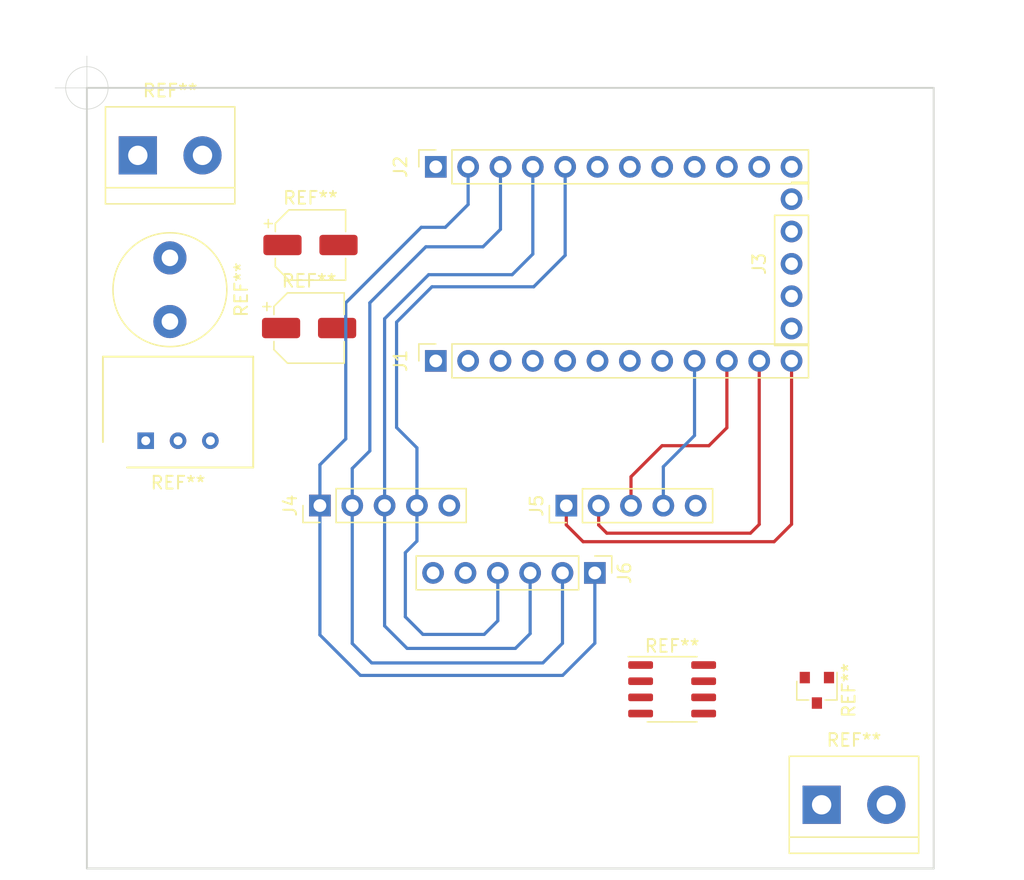
<source format=kicad_pcb>
(kicad_pcb (version 20171130) (host pcbnew "(5.1.6)-1")

  (general
    (thickness 1.6)
    (drawings 13)
    (tracks 66)
    (zones 0)
    (modules 14)
    (nets 1)
  )

  (page A4)
  (layers
    (0 F.Cu signal)
    (31 B.Cu signal)
    (32 B.Adhes user)
    (33 F.Adhes user)
    (34 B.Paste user)
    (35 F.Paste user)
    (36 B.SilkS user)
    (37 F.SilkS user)
    (38 B.Mask user)
    (39 F.Mask user)
    (40 Dwgs.User user hide)
    (41 Cmts.User user)
    (42 Eco1.User user)
    (43 Eco2.User user)
    (44 Edge.Cuts user)
    (45 Margin user)
    (46 B.CrtYd user)
    (47 F.CrtYd user)
    (48 B.Fab user)
    (49 F.Fab user)
  )

  (setup
    (last_trace_width 0.25)
    (trace_clearance 0.2)
    (zone_clearance 0.508)
    (zone_45_only no)
    (trace_min 0.2)
    (via_size 0.8)
    (via_drill 0.4)
    (via_min_size 0.4)
    (via_min_drill 0.3)
    (uvia_size 0.3)
    (uvia_drill 0.1)
    (uvias_allowed no)
    (uvia_min_size 0.2)
    (uvia_min_drill 0.1)
    (edge_width 0.05)
    (segment_width 0.2)
    (pcb_text_width 0.3)
    (pcb_text_size 1.5 1.5)
    (mod_edge_width 0.12)
    (mod_text_size 1 1)
    (mod_text_width 0.15)
    (pad_size 3 3)
    (pad_drill 1.52)
    (pad_to_mask_clearance 0.05)
    (aux_axis_origin 0 0)
    (visible_elements 7FFFFFFF)
    (pcbplotparams
      (layerselection 0x010fc_ffffffff)
      (usegerberextensions false)
      (usegerberattributes true)
      (usegerberadvancedattributes true)
      (creategerberjobfile true)
      (excludeedgelayer true)
      (linewidth 0.100000)
      (plotframeref false)
      (viasonmask false)
      (mode 1)
      (useauxorigin false)
      (hpglpennumber 1)
      (hpglpenspeed 20)
      (hpglpendiameter 15.000000)
      (psnegative false)
      (psa4output false)
      (plotreference true)
      (plotvalue true)
      (plotinvisibletext false)
      (padsonsilk false)
      (subtractmaskfromsilk false)
      (outputformat 1)
      (mirror false)
      (drillshape 1)
      (scaleselection 1)
      (outputdirectory ""))
  )

  (net 0 "")

  (net_class Default "This is the default net class."
    (clearance 0.2)
    (trace_width 0.25)
    (via_dia 0.8)
    (via_drill 0.4)
    (uvia_dia 0.3)
    (uvia_drill 0.1)
  )

  (module Package_TO_SOT_SMD:SOT-23 (layer F.Cu) (tedit 5A02FF57) (tstamp 5F48FA77)
    (at 182.33 117.31 270)
    (descr "SOT-23, Standard")
    (tags SOT-23)
    (attr smd)
    (fp_text reference REF** (at 0 -2.5 90) (layer F.SilkS)
      (effects (font (size 1 1) (thickness 0.15)))
    )
    (fp_text value SOT-23 (at 0 2.5 90) (layer F.Fab)
      (effects (font (size 1 1) (thickness 0.15)))
    )
    (fp_line (start 0.76 1.58) (end -0.7 1.58) (layer F.SilkS) (width 0.12))
    (fp_line (start 0.76 -1.58) (end -1.4 -1.58) (layer F.SilkS) (width 0.12))
    (fp_line (start -1.7 1.75) (end -1.7 -1.75) (layer F.CrtYd) (width 0.05))
    (fp_line (start 1.7 1.75) (end -1.7 1.75) (layer F.CrtYd) (width 0.05))
    (fp_line (start 1.7 -1.75) (end 1.7 1.75) (layer F.CrtYd) (width 0.05))
    (fp_line (start -1.7 -1.75) (end 1.7 -1.75) (layer F.CrtYd) (width 0.05))
    (fp_line (start 0.76 -1.58) (end 0.76 -0.65) (layer F.SilkS) (width 0.12))
    (fp_line (start 0.76 1.58) (end 0.76 0.65) (layer F.SilkS) (width 0.12))
    (fp_line (start -0.7 1.52) (end 0.7 1.52) (layer F.Fab) (width 0.1))
    (fp_line (start 0.7 -1.52) (end 0.7 1.52) (layer F.Fab) (width 0.1))
    (fp_line (start -0.7 -0.95) (end -0.15 -1.52) (layer F.Fab) (width 0.1))
    (fp_line (start -0.15 -1.52) (end 0.7 -1.52) (layer F.Fab) (width 0.1))
    (fp_line (start -0.7 -0.95) (end -0.7 1.5) (layer F.Fab) (width 0.1))
    (fp_text user %R (at 0 0) (layer F.Fab)
      (effects (font (size 0.5 0.5) (thickness 0.075)))
    )
    (pad 3 smd rect (at 1 0 270) (size 0.9 0.8) (layers F.Cu F.Paste F.Mask))
    (pad 2 smd rect (at -1 0.95 270) (size 0.9 0.8) (layers F.Cu F.Paste F.Mask))
    (pad 1 smd rect (at -1 -0.95 270) (size 0.9 0.8) (layers F.Cu F.Paste F.Mask))
    (model ${KISYS3DMOD}/Package_TO_SOT_SMD.3dshapes/SOT-23.wrl
      (at (xyz 0 0 0))
      (scale (xyz 1 1 1))
      (rotate (xyz 0 0 0))
    )
  )

  (module Package_SIP:SIP3_11.6x8.5mm (layer F.Cu) (tedit 5A02EDAF) (tstamp 5F48F8BE)
    (at 129.62 97.71)
    (descr RECOM,R78EXX,https://www.recom-power.com/pdf/Innoline/R-78Exx-0.5.pdf)
    (tags "SIP3 Regulator Module")
    (fp_text reference REF** (at 2.54 3.3 180) (layer F.SilkS)
      (effects (font (size 1 1) (thickness 0.15)))
    )
    (fp_text value SIP3_11.6x8.5mm (at 2.54 -8 180) (layer F.Fab)
      (effects (font (size 1 1) (thickness 0.15)))
    )
    (fp_line (start 8.64 2.3) (end 8.64 -6.8) (layer F.CrtYd) (width 0.05))
    (fp_line (start -3.56 2.3) (end -3.56 -6.8) (layer F.CrtYd) (width 0.05))
    (fp_line (start 8.64 -6.8) (end -3.56 -6.8) (layer F.CrtYd) (width 0.05))
    (fp_line (start 8.64 2.3) (end -3.56 2.3) (layer F.CrtYd) (width 0.05))
    (fp_line (start -3.26 0.5) (end -1.76 2) (layer F.Fab) (width 0.1))
    (fp_line (start 8.44 -6.6) (end 8.44 2.1) (layer F.SilkS) (width 0.15))
    (fp_line (start -3.36 -6.6) (end 8.44 -6.6) (layer F.SilkS) (width 0.15))
    (fp_line (start -3.36 0.1) (end -3.36 -6.6) (layer F.SilkS) (width 0.15))
    (fp_line (start -1.46 2.1) (end 8.44 2.1) (layer F.SilkS) (width 0.15))
    (fp_line (start 8.34 2) (end 8.34 -6.5) (layer F.Fab) (width 0.1))
    (fp_line (start 8.34 -6.5) (end -3.26 -6.5) (layer F.Fab) (width 0.1))
    (fp_line (start -3.26 -6.5) (end -3.26 0.5) (layer F.Fab) (width 0.1))
    (fp_line (start 8.34 2) (end -1.76 2) (layer F.Fab) (width 0.1))
    (fp_text user %R (at 2.54 -2.7 180) (layer F.Fab)
      (effects (font (size 1 1) (thickness 0.15)))
    )
    (pad 2 thru_hole circle (at 2.54 0 180) (size 1.3 1.3) (drill 0.7) (layers *.Cu *.Mask))
    (pad 1 thru_hole rect (at 0 0 270) (size 1.3 1.3) (drill 0.7) (layers *.Cu *.Mask))
    (pad 3 thru_hole circle (at 5.08 0 270) (size 1.3 1.3) (drill 0.7) (layers *.Cu *.Mask))
    (model ${KISYS3DMOD}/Package_SIP.3dshapes/SIP3_11.6x8.5mm.wrl
      (at (xyz 0 0 0))
      (scale (xyz 1 1 1))
      (rotate (xyz 0 0 0))
    )
  )

  (module Package_SO:SOIC-8_3.9x4.9mm_P1.27mm (layer F.Cu) (tedit 5D9F72B1) (tstamp 5F48F6C3)
    (at 170.96 117.23)
    (descr "SOIC, 8 Pin (JEDEC MS-012AA, https://www.analog.com/media/en/package-pcb-resources/package/pkg_pdf/soic_narrow-r/r_8.pdf), generated with kicad-footprint-generator ipc_gullwing_generator.py")
    (tags "SOIC SO")
    (attr smd)
    (fp_text reference REF** (at 0 -3.4) (layer F.SilkS)
      (effects (font (size 1 1) (thickness 0.15)))
    )
    (fp_text value SOIC-8_3.9x4.9mm_P1.27mm (at 0 3.4) (layer F.Fab)
      (effects (font (size 1 1) (thickness 0.15)))
    )
    (fp_line (start 3.7 -2.7) (end -3.7 -2.7) (layer F.CrtYd) (width 0.05))
    (fp_line (start 3.7 2.7) (end 3.7 -2.7) (layer F.CrtYd) (width 0.05))
    (fp_line (start -3.7 2.7) (end 3.7 2.7) (layer F.CrtYd) (width 0.05))
    (fp_line (start -3.7 -2.7) (end -3.7 2.7) (layer F.CrtYd) (width 0.05))
    (fp_line (start -1.95 -1.475) (end -0.975 -2.45) (layer F.Fab) (width 0.1))
    (fp_line (start -1.95 2.45) (end -1.95 -1.475) (layer F.Fab) (width 0.1))
    (fp_line (start 1.95 2.45) (end -1.95 2.45) (layer F.Fab) (width 0.1))
    (fp_line (start 1.95 -2.45) (end 1.95 2.45) (layer F.Fab) (width 0.1))
    (fp_line (start -0.975 -2.45) (end 1.95 -2.45) (layer F.Fab) (width 0.1))
    (fp_line (start 0 -2.56) (end -3.45 -2.56) (layer F.SilkS) (width 0.12))
    (fp_line (start 0 -2.56) (end 1.95 -2.56) (layer F.SilkS) (width 0.12))
    (fp_line (start 0 2.56) (end -1.95 2.56) (layer F.SilkS) (width 0.12))
    (fp_line (start 0 2.56) (end 1.95 2.56) (layer F.SilkS) (width 0.12))
    (fp_text user %R (at 0 0) (layer F.Fab)
      (effects (font (size 0.98 0.98) (thickness 0.15)))
    )
    (pad 8 smd roundrect (at 2.475 -1.905) (size 1.95 0.6) (layers F.Cu F.Paste F.Mask) (roundrect_rratio 0.25))
    (pad 7 smd roundrect (at 2.475 -0.635) (size 1.95 0.6) (layers F.Cu F.Paste F.Mask) (roundrect_rratio 0.25))
    (pad 6 smd roundrect (at 2.475 0.635) (size 1.95 0.6) (layers F.Cu F.Paste F.Mask) (roundrect_rratio 0.25))
    (pad 5 smd roundrect (at 2.475 1.905) (size 1.95 0.6) (layers F.Cu F.Paste F.Mask) (roundrect_rratio 0.25))
    (pad 4 smd roundrect (at -2.475 1.905) (size 1.95 0.6) (layers F.Cu F.Paste F.Mask) (roundrect_rratio 0.25))
    (pad 3 smd roundrect (at -2.475 0.635) (size 1.95 0.6) (layers F.Cu F.Paste F.Mask) (roundrect_rratio 0.25))
    (pad 2 smd roundrect (at -2.475 -0.635) (size 1.95 0.6) (layers F.Cu F.Paste F.Mask) (roundrect_rratio 0.25))
    (pad 1 smd roundrect (at -2.475 -1.905) (size 1.95 0.6) (layers F.Cu F.Paste F.Mask) (roundrect_rratio 0.25))
    (model ${KISYS3DMOD}/Package_SO.3dshapes/SOIC-8_3.9x4.9mm_P1.27mm.wrl
      (at (xyz 0 0 0))
      (scale (xyz 1 1 1))
      (rotate (xyz 0 0 0))
    )
  )

  (module Capacitor_SMD:CP_Elec_5x5.3 (layer F.Cu) (tedit 5BCA39CF) (tstamp 5F48F00F)
    (at 142.45 88.86)
    (descr "SMD capacitor, aluminum electrolytic, Nichicon, 5.0x5.3mm")
    (tags "capacitor electrolytic")
    (attr smd)
    (fp_text reference REF** (at 0 -3.7) (layer F.SilkS)
      (effects (font (size 1 1) (thickness 0.15)))
    )
    (fp_text value CP_Elec_5x5.3 (at 0 3.7) (layer F.Fab)
      (effects (font (size 1 1) (thickness 0.15)))
    )
    (fp_line (start -3.95 1.05) (end -2.9 1.05) (layer F.CrtYd) (width 0.05))
    (fp_line (start -3.95 -1.05) (end -3.95 1.05) (layer F.CrtYd) (width 0.05))
    (fp_line (start -2.9 -1.05) (end -3.95 -1.05) (layer F.CrtYd) (width 0.05))
    (fp_line (start -2.9 1.05) (end -2.9 1.75) (layer F.CrtYd) (width 0.05))
    (fp_line (start -2.9 -1.75) (end -2.9 -1.05) (layer F.CrtYd) (width 0.05))
    (fp_line (start -2.9 -1.75) (end -1.75 -2.9) (layer F.CrtYd) (width 0.05))
    (fp_line (start -2.9 1.75) (end -1.75 2.9) (layer F.CrtYd) (width 0.05))
    (fp_line (start -1.75 -2.9) (end 2.9 -2.9) (layer F.CrtYd) (width 0.05))
    (fp_line (start -1.75 2.9) (end 2.9 2.9) (layer F.CrtYd) (width 0.05))
    (fp_line (start 2.9 1.05) (end 2.9 2.9) (layer F.CrtYd) (width 0.05))
    (fp_line (start 3.95 1.05) (end 2.9 1.05) (layer F.CrtYd) (width 0.05))
    (fp_line (start 3.95 -1.05) (end 3.95 1.05) (layer F.CrtYd) (width 0.05))
    (fp_line (start 2.9 -1.05) (end 3.95 -1.05) (layer F.CrtYd) (width 0.05))
    (fp_line (start 2.9 -2.9) (end 2.9 -1.05) (layer F.CrtYd) (width 0.05))
    (fp_line (start -3.3125 -1.9975) (end -3.3125 -1.3725) (layer F.SilkS) (width 0.12))
    (fp_line (start -3.625 -1.685) (end -3 -1.685) (layer F.SilkS) (width 0.12))
    (fp_line (start -2.76 1.695563) (end -1.695563 2.76) (layer F.SilkS) (width 0.12))
    (fp_line (start -2.76 -1.695563) (end -1.695563 -2.76) (layer F.SilkS) (width 0.12))
    (fp_line (start -2.76 -1.695563) (end -2.76 -1.06) (layer F.SilkS) (width 0.12))
    (fp_line (start -2.76 1.695563) (end -2.76 1.06) (layer F.SilkS) (width 0.12))
    (fp_line (start -1.695563 2.76) (end 2.76 2.76) (layer F.SilkS) (width 0.12))
    (fp_line (start -1.695563 -2.76) (end 2.76 -2.76) (layer F.SilkS) (width 0.12))
    (fp_line (start 2.76 -2.76) (end 2.76 -1.06) (layer F.SilkS) (width 0.12))
    (fp_line (start 2.76 2.76) (end 2.76 1.06) (layer F.SilkS) (width 0.12))
    (fp_line (start -1.783956 -1.45) (end -1.783956 -0.95) (layer F.Fab) (width 0.1))
    (fp_line (start -2.033956 -1.2) (end -1.533956 -1.2) (layer F.Fab) (width 0.1))
    (fp_line (start -2.65 1.65) (end -1.65 2.65) (layer F.Fab) (width 0.1))
    (fp_line (start -2.65 -1.65) (end -1.65 -2.65) (layer F.Fab) (width 0.1))
    (fp_line (start -2.65 -1.65) (end -2.65 1.65) (layer F.Fab) (width 0.1))
    (fp_line (start -1.65 2.65) (end 2.65 2.65) (layer F.Fab) (width 0.1))
    (fp_line (start -1.65 -2.65) (end 2.65 -2.65) (layer F.Fab) (width 0.1))
    (fp_line (start 2.65 -2.65) (end 2.65 2.65) (layer F.Fab) (width 0.1))
    (fp_circle (center 0 0) (end 2.5 0) (layer F.Fab) (width 0.1))
    (fp_text user %R (at 0 0) (layer F.Fab)
      (effects (font (size 1 1) (thickness 0.15)))
    )
    (pad 1 smd roundrect (at -2.2 0) (size 3 1.6) (layers F.Cu F.Paste F.Mask) (roundrect_rratio 0.15625))
    (pad 2 smd roundrect (at 2.2 0) (size 3 1.6) (layers F.Cu F.Paste F.Mask) (roundrect_rratio 0.15625))
    (model ${KISYS3DMOD}/Capacitor_SMD.3dshapes/CP_Elec_5x5.3.wrl
      (at (xyz 0 0 0))
      (scale (xyz 1 1 1))
      (rotate (xyz 0 0 0))
    )
  )

  (module Capacitor_SMD:CP_Elec_5x5.3 (layer F.Cu) (tedit 5BCA39CF) (tstamp 5F48EFF6)
    (at 142.56 82.34)
    (descr "SMD capacitor, aluminum electrolytic, Nichicon, 5.0x5.3mm")
    (tags "capacitor electrolytic")
    (attr smd)
    (fp_text reference REF** (at 0 -3.7) (layer F.SilkS)
      (effects (font (size 1 1) (thickness 0.15)))
    )
    (fp_text value CP_Elec_5x5.3 (at 0 3.7) (layer F.Fab)
      (effects (font (size 1 1) (thickness 0.15)))
    )
    (fp_line (start -3.95 1.05) (end -2.9 1.05) (layer F.CrtYd) (width 0.05))
    (fp_line (start -3.95 -1.05) (end -3.95 1.05) (layer F.CrtYd) (width 0.05))
    (fp_line (start -2.9 -1.05) (end -3.95 -1.05) (layer F.CrtYd) (width 0.05))
    (fp_line (start -2.9 1.05) (end -2.9 1.75) (layer F.CrtYd) (width 0.05))
    (fp_line (start -2.9 -1.75) (end -2.9 -1.05) (layer F.CrtYd) (width 0.05))
    (fp_line (start -2.9 -1.75) (end -1.75 -2.9) (layer F.CrtYd) (width 0.05))
    (fp_line (start -2.9 1.75) (end -1.75 2.9) (layer F.CrtYd) (width 0.05))
    (fp_line (start -1.75 -2.9) (end 2.9 -2.9) (layer F.CrtYd) (width 0.05))
    (fp_line (start -1.75 2.9) (end 2.9 2.9) (layer F.CrtYd) (width 0.05))
    (fp_line (start 2.9 1.05) (end 2.9 2.9) (layer F.CrtYd) (width 0.05))
    (fp_line (start 3.95 1.05) (end 2.9 1.05) (layer F.CrtYd) (width 0.05))
    (fp_line (start 3.95 -1.05) (end 3.95 1.05) (layer F.CrtYd) (width 0.05))
    (fp_line (start 2.9 -1.05) (end 3.95 -1.05) (layer F.CrtYd) (width 0.05))
    (fp_line (start 2.9 -2.9) (end 2.9 -1.05) (layer F.CrtYd) (width 0.05))
    (fp_line (start -3.3125 -1.9975) (end -3.3125 -1.3725) (layer F.SilkS) (width 0.12))
    (fp_line (start -3.625 -1.685) (end -3 -1.685) (layer F.SilkS) (width 0.12))
    (fp_line (start -2.76 1.695563) (end -1.695563 2.76) (layer F.SilkS) (width 0.12))
    (fp_line (start -2.76 -1.695563) (end -1.695563 -2.76) (layer F.SilkS) (width 0.12))
    (fp_line (start -2.76 -1.695563) (end -2.76 -1.06) (layer F.SilkS) (width 0.12))
    (fp_line (start -2.76 1.695563) (end -2.76 1.06) (layer F.SilkS) (width 0.12))
    (fp_line (start -1.695563 2.76) (end 2.76 2.76) (layer F.SilkS) (width 0.12))
    (fp_line (start -1.695563 -2.76) (end 2.76 -2.76) (layer F.SilkS) (width 0.12))
    (fp_line (start 2.76 -2.76) (end 2.76 -1.06) (layer F.SilkS) (width 0.12))
    (fp_line (start 2.76 2.76) (end 2.76 1.06) (layer F.SilkS) (width 0.12))
    (fp_line (start -1.783956 -1.45) (end -1.783956 -0.95) (layer F.Fab) (width 0.1))
    (fp_line (start -2.033956 -1.2) (end -1.533956 -1.2) (layer F.Fab) (width 0.1))
    (fp_line (start -2.65 1.65) (end -1.65 2.65) (layer F.Fab) (width 0.1))
    (fp_line (start -2.65 -1.65) (end -1.65 -2.65) (layer F.Fab) (width 0.1))
    (fp_line (start -2.65 -1.65) (end -2.65 1.65) (layer F.Fab) (width 0.1))
    (fp_line (start -1.65 2.65) (end 2.65 2.65) (layer F.Fab) (width 0.1))
    (fp_line (start -1.65 -2.65) (end 2.65 -2.65) (layer F.Fab) (width 0.1))
    (fp_line (start 2.65 -2.65) (end 2.65 2.65) (layer F.Fab) (width 0.1))
    (fp_circle (center 0 0) (end 2.5 0) (layer F.Fab) (width 0.1))
    (fp_text user %R (at 0 0) (layer F.Fab)
      (effects (font (size 1 1) (thickness 0.15)))
    )
    (pad 2 smd roundrect (at 2.2 0) (size 3 1.6) (layers F.Cu F.Paste F.Mask) (roundrect_rratio 0.15625))
    (pad 1 smd roundrect (at -2.2 0) (size 3 1.6) (layers F.Cu F.Paste F.Mask) (roundrect_rratio 0.15625))
    (model ${KISYS3DMOD}/Capacitor_SMD.3dshapes/CP_Elec_5x5.3.wrl
      (at (xyz 0 0 0))
      (scale (xyz 1 1 1))
      (rotate (xyz 0 0 0))
    )
  )

  (module Inductor_THT:L_Radial_D8.7mm_P5.00mm_Fastron_07HCP (layer F.Cu) (tedit 5AE59B06) (tstamp 5F48EE6F)
    (at 131.52 83.35 270)
    (descr "Inductor, Radial series, Radial, pin pitch=5.00mm, , diameter=8.7mm, Fastron, 07HCP, http://cdn-reichelt.de/documents/datenblatt/B400/DS_07HCP.pdf")
    (tags "Inductor Radial series Radial pin pitch 5.00mm  diameter 8.7mm Fastron 07HCP")
    (fp_text reference REF** (at 2.5 -5.6 90) (layer F.SilkS)
      (effects (font (size 1 1) (thickness 0.15)))
    )
    (fp_text value L_Radial_D8.7mm_P5.00mm_Fastron_07HCP (at 2.5 5.6 90) (layer F.Fab)
      (effects (font (size 1 1) (thickness 0.15)))
    )
    (fp_circle (center 2.5 0) (end 7.1 0) (layer F.CrtYd) (width 0.05))
    (fp_circle (center 2.5 0) (end 6.97 0) (layer F.SilkS) (width 0.12))
    (fp_circle (center 2.5 0) (end 6.85 0) (layer F.Fab) (width 0.1))
    (fp_text user %R (at 2.5 0 90) (layer F.Fab)
      (effects (font (size 1 1) (thickness 0.15)))
    )
    (pad 2 thru_hole circle (at 5 0 270) (size 2.6 2.6) (drill 1.3) (layers *.Cu *.Mask))
    (pad 1 thru_hole circle (at 0 0 270) (size 2.6 2.6) (drill 1.3) (layers *.Cu *.Mask))
    (model ${KISYS3DMOD}/Inductor_THT.3dshapes/L_Radial_D8.7mm_P5.00mm_Fastron_07HCP.wrl
      (at (xyz 0 0 0))
      (scale (xyz 1 1 1))
      (rotate (xyz 0 0 0))
    )
  )

  (module TerminalBlock:TerminalBlock_bornier-2_P5.08mm (layer F.Cu) (tedit 5F48DBA4) (tstamp 5F48E48B)
    (at 129 75.3)
    (descr "simple 2-pin terminal block, pitch 5.08mm, revamped version of bornier2")
    (tags "terminal block bornier2")
    (fp_text reference REF** (at 2.54 -5.08) (layer F.SilkS)
      (effects (font (size 1 1) (thickness 0.15)))
    )
    (fp_text value TerminalBlock_bornier-2_P5.08mm (at 2.54 5.08) (layer F.Fab)
      (effects (font (size 1 1) (thickness 0.15)))
    )
    (fp_line (start -2.41 2.55) (end 7.49 2.55) (layer F.Fab) (width 0.1))
    (fp_line (start -2.46 -3.75) (end -2.46 3.75) (layer F.Fab) (width 0.1))
    (fp_line (start -2.46 3.75) (end 7.54 3.75) (layer F.Fab) (width 0.1))
    (fp_line (start 7.54 3.75) (end 7.54 -3.75) (layer F.Fab) (width 0.1))
    (fp_line (start 7.54 -3.75) (end -2.46 -3.75) (layer F.Fab) (width 0.1))
    (fp_line (start 7.62 2.54) (end -2.54 2.54) (layer F.SilkS) (width 0.12))
    (fp_line (start 7.62 3.81) (end 7.62 -3.81) (layer F.SilkS) (width 0.12))
    (fp_line (start 7.62 -3.81) (end -2.54 -3.81) (layer F.SilkS) (width 0.12))
    (fp_line (start -2.54 -3.81) (end -2.54 3.81) (layer F.SilkS) (width 0.12))
    (fp_line (start -2.54 3.81) (end 7.62 3.81) (layer F.SilkS) (width 0.12))
    (fp_line (start -2.71 -4) (end 7.79 -4) (layer F.CrtYd) (width 0.05))
    (fp_line (start -2.71 -4) (end -2.71 4) (layer F.CrtYd) (width 0.05))
    (fp_line (start 7.79 4) (end 7.79 -4) (layer F.CrtYd) (width 0.05))
    (fp_line (start 7.79 4) (end -2.71 4) (layer F.CrtYd) (width 0.05))
    (fp_text user %R (at 2.54 0) (layer F.Fab)
      (effects (font (size 1 1) (thickness 0.15)))
    )
    (pad VCC thru_hole rect (at 0 0) (size 3 3) (drill 1.52) (layers *.Cu *.Mask))
    (pad GND thru_hole circle (at 5.08 0) (size 3 3) (drill 1.52) (layers *.Cu *.Mask))
    (model ${KISYS3DMOD}/TerminalBlock.3dshapes/TerminalBlock_bornier-2_P5.08mm.wrl
      (offset (xyz 2.539999961853027 0 0))
      (scale (xyz 1 1 1))
      (rotate (xyz 0 0 0))
    )
  )

  (module Connector_PinSocket_2.54mm:PinSocket_1x05_P2.54mm_Vertical (layer F.Cu) (tedit 5F48D861) (tstamp 5F3EE796)
    (at 180.34 78.74)
    (descr "Through hole straight socket strip, 1x05, 2.54mm pitch, single row (from Kicad 4.0.7), script generated")
    (tags "Through hole socket strip THT 1x05 2.54mm single row")
    (fp_text reference J3 (at -2.54 5.08 90) (layer F.SilkS)
      (effects (font (size 1 1) (thickness 0.15)))
    )
    (fp_text value PinSocket_1x05_P2.54mm_Vertical (at 0 12.93) (layer F.Fab)
      (effects (font (size 1 1) (thickness 0.15)))
    )
    (fp_line (start -1.8 11.9) (end -1.8 -1.8) (layer F.CrtYd) (width 0.05))
    (fp_line (start 1.75 11.9) (end -1.8 11.9) (layer F.CrtYd) (width 0.05))
    (fp_line (start 1.75 -1.8) (end 1.75 11.9) (layer F.CrtYd) (width 0.05))
    (fp_line (start -1.8 -1.8) (end 1.75 -1.8) (layer F.CrtYd) (width 0.05))
    (fp_line (start 0 -1.33) (end 1.33 -1.33) (layer F.SilkS) (width 0.12))
    (fp_line (start 1.33 -1.33) (end 1.33 0) (layer F.SilkS) (width 0.12))
    (fp_line (start 1.33 1.27) (end 1.33 11.49) (layer F.SilkS) (width 0.12))
    (fp_line (start -1.33 11.49) (end 1.33 11.49) (layer F.SilkS) (width 0.12))
    (fp_line (start -1.33 1.27) (end -1.33 11.49) (layer F.SilkS) (width 0.12))
    (fp_line (start -1.33 1.27) (end 1.33 1.27) (layer F.SilkS) (width 0.12))
    (fp_line (start -1.27 11.43) (end -1.27 -1.27) (layer F.Fab) (width 0.1))
    (fp_line (start 1.27 11.43) (end -1.27 11.43) (layer F.Fab) (width 0.1))
    (fp_line (start 1.27 -0.635) (end 1.27 11.43) (layer F.Fab) (width 0.1))
    (fp_line (start 0.635 -1.27) (end 1.27 -0.635) (layer F.Fab) (width 0.1))
    (fp_line (start -1.27 -1.27) (end 0.635 -1.27) (layer F.Fab) (width 0.1))
    (fp_text user %R (at 0 5.08 90) (layer F.Fab)
      (effects (font (size 1 1) (thickness 0.15)))
    )
    (pad TDO thru_hole circle (at 0 0) (size 1.7 1.7) (drill 1) (layers *.Cu *.Mask))
    (pad GND thru_hole oval (at 0 2.54) (size 1.7 1.7) (drill 1) (layers *.Cu *.Mask))
    (pad TDI thru_hole oval (at 0 5.08) (size 1.7 1.7) (drill 1) (layers *.Cu *.Mask))
    (pad TCK thru_hole oval (at 0 7.62) (size 1.7 1.7) (drill 1) (layers *.Cu *.Mask))
    (pad TMS thru_hole oval (at 0 10.16) (size 1.7 1.7) (drill 1) (layers *.Cu *.Mask))
    (model ${KISYS3DMOD}/Connector_PinSocket_2.54mm.3dshapes/PinSocket_1x05_P2.54mm_Vertical.wrl
      (at (xyz 0 0 0))
      (scale (xyz 1 1 1))
      (rotate (xyz 0 0 0))
    )
  )

  (module Connector_PinSocket_2.54mm:PinSocket_1x12_P2.54mm_Vertical (layer F.Cu) (tedit 5F48D7CC) (tstamp 5F3EE83C)
    (at 152.4 91.44 90)
    (descr "Through hole straight socket strip, 1x12, 2.54mm pitch, single row (from Kicad 4.0.7), script generated")
    (tags "Through hole socket strip THT 1x12 2.54mm single row")
    (fp_text reference J1 (at 0 -2.77 90) (layer F.SilkS)
      (effects (font (size 1 1) (thickness 0.15)))
    )
    (fp_text value PinSocket_1x12_P2.54mm_Vertical (at 0 30.71 90) (layer F.Fab)
      (effects (font (size 1 1) (thickness 0.15)))
    )
    (fp_line (start -1.27 -1.27) (end 0.635 -1.27) (layer F.Fab) (width 0.1))
    (fp_line (start 0.635 -1.27) (end 1.27 -0.635) (layer F.Fab) (width 0.1))
    (fp_line (start 1.27 -0.635) (end 1.27 29.21) (layer F.Fab) (width 0.1))
    (fp_line (start 1.27 29.21) (end -1.27 29.21) (layer F.Fab) (width 0.1))
    (fp_line (start -1.27 29.21) (end -1.27 -1.27) (layer F.Fab) (width 0.1))
    (fp_line (start -1.33 1.27) (end 1.33 1.27) (layer F.SilkS) (width 0.12))
    (fp_line (start -1.33 1.27) (end -1.33 29.27) (layer F.SilkS) (width 0.12))
    (fp_line (start -1.33 29.27) (end 1.33 29.27) (layer F.SilkS) (width 0.12))
    (fp_line (start 1.33 1.27) (end 1.33 29.27) (layer F.SilkS) (width 0.12))
    (fp_line (start 1.33 -1.33) (end 1.33 0) (layer F.SilkS) (width 0.12))
    (fp_line (start 0 -1.33) (end 1.33 -1.33) (layer F.SilkS) (width 0.12))
    (fp_line (start -1.8 -1.8) (end 1.75 -1.8) (layer F.CrtYd) (width 0.05))
    (fp_line (start 1.75 -1.8) (end 1.75 29.7) (layer F.CrtYd) (width 0.05))
    (fp_line (start 1.75 29.7) (end -1.8 29.7) (layer F.CrtYd) (width 0.05))
    (fp_line (start -1.8 29.7) (end -1.8 -1.8) (layer F.CrtYd) (width 0.05))
    (fp_text user %R (at 0 13.97) (layer F.Fab)
      (effects (font (size 1 1) (thickness 0.15)))
    )
    (pad taster0 thru_hole oval (at 0 27.94 90) (size 1.7 1.7) (drill 1) (layers *.Cu *.Mask))
    (pad taster1 thru_hole oval (at 0 25.4 90) (size 1.7 1.7) (drill 1) (layers *.Cu *.Mask))
    (pad taster2 thru_hole oval (at 0 22.86 90) (size 1.7 1.7) (drill 1) (layers *.Cu *.Mask))
    (pad taster3 thru_hole oval (at 0 20.32 90) (size 1.7 1.7) (drill 1) (layers *.Cu *.Mask))
    (pad 8 thru_hole oval (at 0 17.78 90) (size 1.7 1.7) (drill 1) (layers *.Cu *.Mask))
    (pad 7 thru_hole oval (at 0 15.24 90) (size 1.7 1.7) (drill 1) (layers *.Cu *.Mask))
    (pad 6 thru_hole oval (at 0 12.7 90) (size 1.7 1.7) (drill 1) (layers *.Cu *.Mask))
    (pad 5 thru_hole oval (at 0 10.16 90) (size 1.7 1.7) (drill 1) (layers *.Cu *.Mask))
    (pad 4 thru_hole oval (at 0 7.62 90) (size 1.7 1.7) (drill 1) (layers *.Cu *.Mask))
    (pad reset thru_hole oval (at 0 5.08 90) (size 1.7 1.7) (drill 1) (layers *.Cu *.Mask))
    (pad 2 thru_hole oval (at 0 2.54 90) (size 1.7 1.7) (drill 1) (layers *.Cu *.Mask))
    (pad GND thru_hole rect (at 0 0 90) (size 1.7 1.7) (drill 1) (layers *.Cu *.Mask))
    (model ${KISYS3DMOD}/Connector_PinSocket_2.54mm.3dshapes/PinSocket_1x12_P2.54mm_Vertical.wrl
      (at (xyz 0 0 0))
      (scale (xyz 1 1 1))
      (rotate (xyz 0 0 0))
    )
  )

  (module Connector_PinHeader_2.54mm:PinHeader_1x06_P2.54mm_Vertical (layer F.Cu) (tedit 5F48D904) (tstamp 5F3F4A0B)
    (at 164.89 108.09 270)
    (descr "Through hole straight pin header, 1x06, 2.54mm pitch, single row")
    (tags "Through hole pin header THT 1x06 2.54mm single row")
    (fp_text reference J6 (at 0 -2.33 90) (layer F.SilkS)
      (effects (font (size 1 1) (thickness 0.15)))
    )
    (fp_text value PinHeader_1x06_P2.54mm_Vertical (at 0 15.03 90) (layer F.Fab)
      (effects (font (size 1 1) (thickness 0.15)))
    )
    (fp_line (start -0.635 -1.27) (end 1.27 -1.27) (layer F.Fab) (width 0.1))
    (fp_line (start 1.27 -1.27) (end 1.27 13.97) (layer F.Fab) (width 0.1))
    (fp_line (start 1.27 13.97) (end -1.27 13.97) (layer F.Fab) (width 0.1))
    (fp_line (start -1.27 13.97) (end -1.27 -0.635) (layer F.Fab) (width 0.1))
    (fp_line (start -1.27 -0.635) (end -0.635 -1.27) (layer F.Fab) (width 0.1))
    (fp_line (start -1.33 14.03) (end 1.33 14.03) (layer F.SilkS) (width 0.12))
    (fp_line (start -1.33 1.27) (end -1.33 14.03) (layer F.SilkS) (width 0.12))
    (fp_line (start 1.33 1.27) (end 1.33 14.03) (layer F.SilkS) (width 0.12))
    (fp_line (start -1.33 1.27) (end 1.33 1.27) (layer F.SilkS) (width 0.12))
    (fp_line (start -1.33 0) (end -1.33 -1.33) (layer F.SilkS) (width 0.12))
    (fp_line (start -1.33 -1.33) (end 0 -1.33) (layer F.SilkS) (width 0.12))
    (fp_line (start -1.8 -1.8) (end -1.8 14.5) (layer F.CrtYd) (width 0.05))
    (fp_line (start -1.8 14.5) (end 1.8 14.5) (layer F.CrtYd) (width 0.05))
    (fp_line (start 1.8 14.5) (end 1.8 -1.8) (layer F.CrtYd) (width 0.05))
    (fp_line (start 1.8 -1.8) (end -1.8 -1.8) (layer F.CrtYd) (width 0.05))
    (fp_text user %R (at 0 6.35) (layer F.Fab)
      (effects (font (size 1 1) (thickness 0.15)))
    )
    (pad GND thru_hole oval (at 0 12.7 270) (size 1.7 1.7) (drill 1) (layers *.Cu *.Mask))
    (pad VCC thru_hole oval (at 0 10.16 270) (size 1.7 1.7) (drill 1) (layers *.Cu *.Mask))
    (pad ausgang3 thru_hole oval (at 0 7.62 270) (size 1.7 1.7) (drill 1) (layers *.Cu *.Mask))
    (pad ausgang2 thru_hole oval (at 0 5.08 270) (size 1.7 1.7) (drill 1) (layers *.Cu *.Mask))
    (pad ausgang1 thru_hole oval (at 0 2.54 270) (size 1.7 1.7) (drill 1) (layers *.Cu *.Mask))
    (pad ausgang0 thru_hole rect (at 0 0 270) (size 1.7 1.7) (drill 1) (layers *.Cu *.Mask))
    (model ${KISYS3DMOD}/Connector_PinHeader_2.54mm.3dshapes/PinHeader_1x06_P2.54mm_Vertical.wrl
      (at (xyz 0 0 0))
      (scale (xyz 1 1 1))
      (rotate (xyz 0 0 0))
    )
  )

  (module Connector_PinHeader_2.54mm:PinHeader_1x05_P2.54mm_Vertical (layer F.Cu) (tedit 5F48D8B7) (tstamp 5F3F4A3D)
    (at 162.65 102.81 90)
    (descr "Through hole straight pin header, 1x05, 2.54mm pitch, single row")
    (tags "Through hole pin header THT 1x05 2.54mm single row")
    (fp_text reference J5 (at 0 -2.33 90) (layer F.SilkS)
      (effects (font (size 1 1) (thickness 0.15)))
    )
    (fp_text value PinHeader_1x05_P2.54mm_Vertical (at 0 12.49 90) (layer F.Fab)
      (effects (font (size 1 1) (thickness 0.15)))
    )
    (fp_line (start -0.635 -1.27) (end 1.27 -1.27) (layer F.Fab) (width 0.1))
    (fp_line (start 1.27 -1.27) (end 1.27 11.43) (layer F.Fab) (width 0.1))
    (fp_line (start 1.27 11.43) (end -1.27 11.43) (layer F.Fab) (width 0.1))
    (fp_line (start -1.27 11.43) (end -1.27 -0.635) (layer F.Fab) (width 0.1))
    (fp_line (start -1.27 -0.635) (end -0.635 -1.27) (layer F.Fab) (width 0.1))
    (fp_line (start -1.33 11.49) (end 1.33 11.49) (layer F.SilkS) (width 0.12))
    (fp_line (start -1.33 1.27) (end -1.33 11.49) (layer F.SilkS) (width 0.12))
    (fp_line (start 1.33 1.27) (end 1.33 11.49) (layer F.SilkS) (width 0.12))
    (fp_line (start -1.33 1.27) (end 1.33 1.27) (layer F.SilkS) (width 0.12))
    (fp_line (start -1.33 0) (end -1.33 -1.33) (layer F.SilkS) (width 0.12))
    (fp_line (start -1.33 -1.33) (end 0 -1.33) (layer F.SilkS) (width 0.12))
    (fp_line (start -1.8 -1.8) (end -1.8 11.95) (layer F.CrtYd) (width 0.05))
    (fp_line (start -1.8 11.95) (end 1.8 11.95) (layer F.CrtYd) (width 0.05))
    (fp_line (start 1.8 11.95) (end 1.8 -1.8) (layer F.CrtYd) (width 0.05))
    (fp_line (start 1.8 -1.8) (end -1.8 -1.8) (layer F.CrtYd) (width 0.05))
    (fp_text user %R (at 0 5.08) (layer F.Fab)
      (effects (font (size 1 1) (thickness 0.15)))
    )
    (pad GND thru_hole oval (at 0 10.16 90) (size 1.7 1.7) (drill 1) (layers *.Cu *.Mask))
    (pad taster3 thru_hole oval (at 0 7.62 90) (size 1.7 1.7) (drill 1) (layers *.Cu *.Mask))
    (pad taster2 thru_hole oval (at 0 5.08 90) (size 1.7 1.7) (drill 1) (layers *.Cu *.Mask))
    (pad taster1 thru_hole oval (at 0 2.54 90) (size 1.7 1.7) (drill 1) (layers *.Cu *.Mask))
    (pad taster0 thru_hole rect (at 0 0 90) (size 1.7 1.7) (drill 1) (layers *.Cu *.Mask))
    (model ${KISYS3DMOD}/Connector_PinHeader_2.54mm.3dshapes/PinHeader_1x05_P2.54mm_Vertical.wrl
      (at (xyz 0 0 0))
      (scale (xyz 1 1 1))
      (rotate (xyz 0 0 0))
    )
  )

  (module Connector_PinHeader_2.54mm:PinHeader_1x05_P2.54mm_Vertical (layer F.Cu) (tedit 5F48D898) (tstamp 5F3F4268)
    (at 143.3 102.8 90)
    (descr "Through hole straight pin header, 1x05, 2.54mm pitch, single row")
    (tags "Through hole pin header THT 1x05 2.54mm single row")
    (fp_text reference J4 (at 0 -2.33 90) (layer F.SilkS)
      (effects (font (size 1 1) (thickness 0.15)))
    )
    (fp_text value PinHeader_1x05_P2.54mm_Vertical (at 0 12.49 90) (layer F.Fab)
      (effects (font (size 1 1) (thickness 0.15)))
    )
    (fp_line (start -0.635 -1.27) (end 1.27 -1.27) (layer F.Fab) (width 0.1))
    (fp_line (start 1.27 -1.27) (end 1.27 11.43) (layer F.Fab) (width 0.1))
    (fp_line (start 1.27 11.43) (end -1.27 11.43) (layer F.Fab) (width 0.1))
    (fp_line (start -1.27 11.43) (end -1.27 -0.635) (layer F.Fab) (width 0.1))
    (fp_line (start -1.27 -0.635) (end -0.635 -1.27) (layer F.Fab) (width 0.1))
    (fp_line (start -1.33 11.49) (end 1.33 11.49) (layer F.SilkS) (width 0.12))
    (fp_line (start -1.33 1.27) (end -1.33 11.49) (layer F.SilkS) (width 0.12))
    (fp_line (start 1.33 1.27) (end 1.33 11.49) (layer F.SilkS) (width 0.12))
    (fp_line (start -1.33 1.27) (end 1.33 1.27) (layer F.SilkS) (width 0.12))
    (fp_line (start -1.33 0) (end -1.33 -1.33) (layer F.SilkS) (width 0.12))
    (fp_line (start -1.33 -1.33) (end 0 -1.33) (layer F.SilkS) (width 0.12))
    (fp_line (start -1.8 -1.8) (end -1.8 11.95) (layer F.CrtYd) (width 0.05))
    (fp_line (start -1.8 11.95) (end 1.8 11.95) (layer F.CrtYd) (width 0.05))
    (fp_line (start 1.8 11.95) (end 1.8 -1.8) (layer F.CrtYd) (width 0.05))
    (fp_line (start 1.8 -1.8) (end -1.8 -1.8) (layer F.CrtYd) (width 0.05))
    (fp_text user %R (at 0 5.08) (layer F.Fab)
      (effects (font (size 1 1) (thickness 0.15)))
    )
    (pad GND thru_hole oval (at 0 10.16 90) (size 1.7 1.7) (drill 1) (layers *.Cu *.Mask))
    (pad ausgang3 thru_hole oval (at 0 7.62 90) (size 1.7 1.7) (drill 1) (layers *.Cu *.Mask))
    (pad ausgang2 thru_hole oval (at 0 5.08 90) (size 1.7 1.7) (drill 1) (layers *.Cu *.Mask))
    (pad ausgang1 thru_hole oval (at 0 2.54 90) (size 1.7 1.7) (drill 1) (layers *.Cu *.Mask))
    (pad ausgang0 thru_hole rect (at 0 0 90) (size 1.7 1.7) (drill 1) (layers *.Cu *.Mask))
    (model ${KISYS3DMOD}/Connector_PinHeader_2.54mm.3dshapes/PinHeader_1x05_P2.54mm_Vertical.wrl
      (at (xyz 0 0 0))
      (scale (xyz 1 1 1))
      (rotate (xyz 0 0 0))
    )
  )

  (module TerminalBlock:TerminalBlock_bornier-2_P5.08mm (layer F.Cu) (tedit 59FF03AB) (tstamp 5F3F3B85)
    (at 182.7 126.3)
    (descr "simple 2-pin terminal block, pitch 5.08mm, revamped version of bornier2")
    (tags "terminal block bornier2")
    (fp_text reference REF** (at 2.54 -5.08) (layer F.SilkS)
      (effects (font (size 1 1) (thickness 0.15)))
    )
    (fp_text value TerminalBlock_bornier-2_P5.08mm (at 2.54 5.08) (layer F.Fab)
      (effects (font (size 1 1) (thickness 0.15)))
    )
    (fp_line (start -2.41 2.55) (end 7.49 2.55) (layer F.Fab) (width 0.1))
    (fp_line (start -2.46 -3.75) (end -2.46 3.75) (layer F.Fab) (width 0.1))
    (fp_line (start -2.46 3.75) (end 7.54 3.75) (layer F.Fab) (width 0.1))
    (fp_line (start 7.54 3.75) (end 7.54 -3.75) (layer F.Fab) (width 0.1))
    (fp_line (start 7.54 -3.75) (end -2.46 -3.75) (layer F.Fab) (width 0.1))
    (fp_line (start 7.62 2.54) (end -2.54 2.54) (layer F.SilkS) (width 0.12))
    (fp_line (start 7.62 3.81) (end 7.62 -3.81) (layer F.SilkS) (width 0.12))
    (fp_line (start 7.62 -3.81) (end -2.54 -3.81) (layer F.SilkS) (width 0.12))
    (fp_line (start -2.54 -3.81) (end -2.54 3.81) (layer F.SilkS) (width 0.12))
    (fp_line (start -2.54 3.81) (end 7.62 3.81) (layer F.SilkS) (width 0.12))
    (fp_line (start -2.71 -4) (end 7.79 -4) (layer F.CrtYd) (width 0.05))
    (fp_line (start -2.71 -4) (end -2.71 4) (layer F.CrtYd) (width 0.05))
    (fp_line (start 7.79 4) (end 7.79 -4) (layer F.CrtYd) (width 0.05))
    (fp_line (start 7.79 4) (end -2.71 4) (layer F.CrtYd) (width 0.05))
    (fp_text user %R (at 2.54 0) (layer F.Fab)
      (effects (font (size 1 1) (thickness 0.15)))
    )
    (pad 2 thru_hole circle (at 5.08 0) (size 3 3) (drill 1.52) (layers *.Cu *.Mask))
    (pad 1 thru_hole rect (at 0 0) (size 3 3) (drill 1.52) (layers *.Cu *.Mask))
    (model ${KISYS3DMOD}/TerminalBlock.3dshapes/TerminalBlock_bornier-2_P5.08mm.wrl
      (offset (xyz 2.539999961853027 0 0))
      (scale (xyz 1 1 1))
      (rotate (xyz 0 0 0))
    )
  )

  (module Connector_PinSocket_2.54mm:PinSocket_1x12_P2.54mm_Vertical (layer F.Cu) (tedit 5F48D829) (tstamp 5F3EE45F)
    (at 152.4 76.2 90)
    (descr "Through hole straight socket strip, 1x12, 2.54mm pitch, single row (from Kicad 4.0.7), script generated")
    (tags "Through hole socket strip THT 1x12 2.54mm single row")
    (fp_text reference J2 (at 0 -2.77 90) (layer F.SilkS)
      (effects (font (size 1 1) (thickness 0.15)))
    )
    (fp_text value PinSocket_1x12_P2.54mm_Vertical (at 0 30.71 90) (layer F.Fab)
      (effects (font (size 1 1) (thickness 0.15)))
    )
    (fp_line (start -1.27 -1.27) (end 0.635 -1.27) (layer F.Fab) (width 0.1))
    (fp_line (start 0.635 -1.27) (end 1.27 -0.635) (layer F.Fab) (width 0.1))
    (fp_line (start 1.27 -0.635) (end 1.27 29.21) (layer F.Fab) (width 0.1))
    (fp_line (start 1.27 29.21) (end -1.27 29.21) (layer F.Fab) (width 0.1))
    (fp_line (start -1.27 29.21) (end -1.27 -1.27) (layer F.Fab) (width 0.1))
    (fp_line (start -1.33 1.27) (end 1.33 1.27) (layer F.SilkS) (width 0.12))
    (fp_line (start -1.33 1.27) (end -1.33 29.27) (layer F.SilkS) (width 0.12))
    (fp_line (start -1.33 29.27) (end 1.33 29.27) (layer F.SilkS) (width 0.12))
    (fp_line (start 1.33 1.27) (end 1.33 29.27) (layer F.SilkS) (width 0.12))
    (fp_line (start 1.33 -1.33) (end 1.33 0) (layer F.SilkS) (width 0.12))
    (fp_line (start 0 -1.33) (end 1.33 -1.33) (layer F.SilkS) (width 0.12))
    (fp_line (start -1.8 -1.8) (end 1.75 -1.8) (layer F.CrtYd) (width 0.05))
    (fp_line (start 1.75 -1.8) (end 1.75 29.7) (layer F.CrtYd) (width 0.05))
    (fp_line (start 1.75 29.7) (end -1.8 29.7) (layer F.CrtYd) (width 0.05))
    (fp_line (start -1.8 29.7) (end -1.8 -1.8) (layer F.CrtYd) (width 0.05))
    (fp_text user %R (at 0 13.97) (layer F.Fab)
      (effects (font (size 1 1) (thickness 0.15)))
    )
    (pad 12 thru_hole oval (at 0 27.94 90) (size 1.7 1.7) (drill 1) (layers *.Cu *.Mask))
    (pad 11 thru_hole oval (at 0 25.4 90) (size 1.7 1.7) (drill 1) (layers *.Cu *.Mask))
    (pad 10 thru_hole oval (at 0 22.86 90) (size 1.7 1.7) (drill 1) (layers *.Cu *.Mask))
    (pad 9 thru_hole oval (at 0 20.32 90) (size 1.7 1.7) (drill 1) (layers *.Cu *.Mask))
    (pad in_serial thru_hole oval (at 0 17.78 90) (size 1.7 1.7) (drill 1) (layers *.Cu *.Mask))
    (pad out_serial thru_hole oval (at 0 15.24 90) (size 1.7 1.7) (drill 1) (layers *.Cu *.Mask))
    (pad serial_enable thru_hole oval (at 0 12.7 90) (size 1.7 1.7) (drill 1) (layers *.Cu *.Mask))
    (pad ausgang3 thru_hole oval (at 0 10.16 90) (size 1.7 1.7) (drill 1) (layers *.Cu *.Mask))
    (pad ausgang2 thru_hole oval (at 0 7.62 90) (size 1.7 1.7) (drill 1) (layers *.Cu *.Mask))
    (pad ausgang1 thru_hole oval (at 0 5.08 90) (size 1.7 1.7) (drill 1) (layers *.Cu *.Mask))
    (pad ausgang0 thru_hole oval (at 0 2.54 90) (size 1.7 1.7) (drill 1) (layers *.Cu *.Mask))
    (pad 3.3v thru_hole rect (at 0 0 90) (size 1.7 1.7) (drill 1) (layers *.Cu *.Mask))
    (model ${KISYS3DMOD}/Connector_PinSocket_2.54mm.3dshapes/PinSocket_1x12_P2.54mm_Vertical.wrl
      (at (xyz 0 0 0))
      (scale (xyz 1 1 1))
      (rotate (xyz 0 0 0))
    )
  )

  (dimension 25.4 (width 0.15) (layer Dwgs.User)
    (gr_text "25,400 mm" (at 137.7 130.08) (layer Dwgs.User)
      (effects (font (size 1 1) (thickness 0.15)))
    )
    (feature1 (pts (xy 150.4 107.82) (xy 150.4 129.366421)))
    (feature2 (pts (xy 125 107.82) (xy 125 129.366421)))
    (crossbar (pts (xy 125 128.78) (xy 150.4 128.78)))
    (arrow1a (pts (xy 150.4 128.78) (xy 149.273496 129.366421)))
    (arrow1b (pts (xy 150.4 128.78) (xy 149.273496 128.193579)))
    (arrow2a (pts (xy 125 128.78) (xy 126.126504 129.366421)))
    (arrow2b (pts (xy 125 128.78) (xy 126.126504 128.193579)))
  )
  (dimension 1.68 (width 0.15) (layer Dwgs.User)
    (gr_text "1,680 mm" (at 135.13 105.44 270) (layer Dwgs.User)
      (effects (font (size 1 1) (thickness 0.15)))
    )
    (feature1 (pts (xy 155.25 106.28) (xy 135.843579 106.28)))
    (feature2 (pts (xy 155.25 104.6) (xy 135.843579 104.6)))
    (crossbar (pts (xy 136.43 104.6) (xy 136.43 106.28)))
    (arrow1a (pts (xy 136.43 106.28) (xy 135.843579 105.153496)))
    (arrow1b (pts (xy 136.43 106.28) (xy 137.016421 105.153496)))
    (arrow2a (pts (xy 136.43 104.6) (xy 135.843579 105.726504)))
    (arrow2b (pts (xy 136.43 104.6) (xy 137.016421 105.726504)))
  )
  (dimension 31 (width 0.15) (layer Dwgs.User) (tstamp 5F3F4B9C)
    (gr_text "31,000 mm" (at 148 85.5 270) (layer Dwgs.User) (tstamp 5F3F4B9C)
      (effects (font (size 1 1) (thickness 0.15)))
    )
    (feature1 (pts (xy 136.7 101) (xy 147.286421 101)))
    (feature2 (pts (xy 136.7 70) (xy 147.286421 70)))
    (crossbar (pts (xy 146.7 70) (xy 146.7 101)))
    (arrow1a (pts (xy 146.7 101) (xy 146.113579 99.873496)))
    (arrow1b (pts (xy 146.7 101) (xy 147.286421 99.873496)))
    (arrow2a (pts (xy 146.7 70) (xy 146.113579 71.126504)))
    (arrow2b (pts (xy 146.7 70) (xy 147.286421 71.126504)))
  )
  (dimension 16.9 (width 0.15) (layer Dwgs.User)
    (gr_text "16,900 mm" (at 183.05 113.8) (layer Dwgs.User)
      (effects (font (size 1 1) (thickness 0.15)))
    )
    (feature1 (pts (xy 174.6 101) (xy 174.6 113.086421)))
    (feature2 (pts (xy 191.5 101) (xy 191.5 113.086421)))
    (crossbar (pts (xy 191.5 112.5) (xy 174.6 112.5)))
    (arrow1a (pts (xy 174.6 112.5) (xy 175.726504 111.913579)))
    (arrow1b (pts (xy 174.6 112.5) (xy 175.726504 113.086421)))
    (arrow2a (pts (xy 191.5 112.5) (xy 190.373496 111.913579)))
    (arrow2b (pts (xy 191.5 112.5) (xy 190.373496 113.086421)))
  )
  (dimension 16.5 (width 0.15) (layer Dwgs.User)
    (gr_text "16,500 mm" (at 133.25 112.3) (layer Dwgs.User)
      (effects (font (size 1 1) (thickness 0.15)))
    )
    (feature1 (pts (xy 141.5 101) (xy 141.5 111.586421)))
    (feature2 (pts (xy 125 101) (xy 125 111.586421)))
    (crossbar (pts (xy 125 111) (xy 141.5 111)))
    (arrow1a (pts (xy 141.5 111) (xy 140.373496 111.586421)))
    (arrow1b (pts (xy 141.5 111) (xy 140.373496 110.413579)))
    (arrow2a (pts (xy 125 111) (xy 126.126504 111.586421)))
    (arrow2b (pts (xy 125 111) (xy 126.126504 110.413579)))
  )
  (dimension 31 (width 0.15) (layer Dwgs.User)
    (gr_text "31,000 mm" (at 185.9 85.5 270) (layer Dwgs.User)
      (effects (font (size 1 1) (thickness 0.15)))
    )
    (feature1 (pts (xy 174.6 101) (xy 185.186421 101)))
    (feature2 (pts (xy 174.6 70) (xy 185.186421 70)))
    (crossbar (pts (xy 184.6 70) (xy 184.6 101)))
    (arrow1a (pts (xy 184.6 101) (xy 184.013579 99.873496)))
    (arrow1b (pts (xy 184.6 101) (xy 185.186421 99.873496)))
    (arrow2a (pts (xy 184.6 70) (xy 184.013579 71.126504)))
    (arrow2b (pts (xy 184.6 70) (xy 185.186421 71.126504)))
  )
  (gr_line (start 125 131.3) (end 125 70) (layer Edge.Cuts) (width 0.15))
  (gr_line (start 191.5 131.3) (end 125 131.3) (layer Edge.Cuts) (width 0.15))
  (gr_line (start 191.5 70) (end 191.5 131.3) (layer Edge.Cuts) (width 0.15))
  (gr_line (start 125 70) (end 191.5 70) (layer Edge.Cuts) (width 0.15))
  (dimension 61.3 (width 0.15) (layer Dwgs.User)
    (gr_text "61,300 mm" (at 201.3 100.65 270) (layer Dwgs.User)
      (effects (font (size 1 1) (thickness 0.15)))
    )
    (feature1 (pts (xy 191.5 131.3) (xy 200.586421 131.3)))
    (feature2 (pts (xy 191.5 70) (xy 200.586421 70)))
    (crossbar (pts (xy 200 70) (xy 200 131.3)))
    (arrow1a (pts (xy 200 131.3) (xy 199.413579 130.173496)))
    (arrow1b (pts (xy 200 131.3) (xy 200.586421 130.173496)))
    (arrow2a (pts (xy 200 70) (xy 199.413579 71.126504)))
    (arrow2b (pts (xy 200 70) (xy 200.586421 71.126504)))
  )
  (dimension 66.5 (width 0.15) (layer Dwgs.User)
    (gr_text "66,500 mm" (at 158.25 60.7) (layer Dwgs.User)
      (effects (font (size 1 1) (thickness 0.15)))
    )
    (feature1 (pts (xy 191.5 70) (xy 191.5 61.413579)))
    (feature2 (pts (xy 125 70) (xy 125 61.413579)))
    (crossbar (pts (xy 125 62) (xy 191.5 62)))
    (arrow1a (pts (xy 191.5 62) (xy 190.373496 62.586421)))
    (arrow1b (pts (xy 191.5 62) (xy 190.373496 61.413579)))
    (arrow2a (pts (xy 125 62) (xy 126.126504 62.586421)))
    (arrow2b (pts (xy 125 62) (xy 126.126504 61.413579)))
  )
  (target plus (at 125 70) (size 5) (width 0.05) (layer Edge.Cuts))

  (segment (start 162.65 102.81) (end 162.65 104.32) (width 0.25) (layer F.Cu) (net 0))
  (segment (start 162.65 104.32) (end 163.97 105.64) (width 0.25) (layer F.Cu) (net 0))
  (segment (start 163.97 105.64) (end 178.97 105.64) (width 0.25) (layer F.Cu) (net 0))
  (segment (start 180.34 104.27) (end 180.34 91.44) (width 0.25) (layer F.Cu) (net 0))
  (segment (start 178.97 105.64) (end 180.34 104.27) (width 0.25) (layer F.Cu) (net 0))
  (segment (start 165.19 102.81) (end 165.19 104.33) (width 0.25) (layer F.Cu) (net 0))
  (segment (start 165.19 104.33) (end 165.83 104.97) (width 0.25) (layer F.Cu) (net 0))
  (segment (start 165.83 104.97) (end 177.11 104.97) (width 0.25) (layer F.Cu) (net 0))
  (segment (start 177.8 104.28) (end 177.8 91.44) (width 0.25) (layer F.Cu) (net 0))
  (segment (start 177.11 104.97) (end 177.8 104.28) (width 0.25) (layer F.Cu) (net 0))
  (segment (start 167.73 102.81) (end 167.73 100.54) (width 0.25) (layer F.Cu) (net 0))
  (segment (start 167.73 100.54) (end 170.17 98.1) (width 0.25) (layer F.Cu) (net 0))
  (segment (start 170.17 98.1) (end 173.85 98.1) (width 0.25) (layer F.Cu) (net 0))
  (segment (start 175.26 96.69) (end 175.26 91.44) (width 0.25) (layer F.Cu) (net 0))
  (segment (start 173.85 98.1) (end 175.26 96.69) (width 0.25) (layer F.Cu) (net 0))
  (segment (start 170.27 102.81) (end 170.27 99.75) (width 0.25) (layer B.Cu) (net 0))
  (segment (start 172.72 97.3) (end 172.72 91.44) (width 0.25) (layer B.Cu) (net 0))
  (segment (start 170.27 99.75) (end 172.72 97.3) (width 0.25) (layer B.Cu) (net 0))
  (segment (start 150.92 102.8) (end 150.92 98.27) (width 0.25) (layer B.Cu) (net 0))
  (segment (start 150.92 98.27) (end 149.32 96.67) (width 0.25) (layer B.Cu) (net 0))
  (segment (start 149.32 96.67) (end 149.32 88.4) (width 0.25) (layer B.Cu) (net 0))
  (segment (start 149.32 88.4) (end 152.1 85.62) (width 0.25) (layer B.Cu) (net 0))
  (segment (start 152.1 85.62) (end 160.09 85.62) (width 0.25) (layer B.Cu) (net 0))
  (segment (start 162.56 83.15) (end 162.56 76.2) (width 0.25) (layer B.Cu) (net 0))
  (segment (start 160.09 85.62) (end 162.56 83.15) (width 0.25) (layer B.Cu) (net 0))
  (segment (start 148.38 102.8) (end 148.38 88.13) (width 0.25) (layer B.Cu) (net 0))
  (segment (start 148.38 88.13) (end 151.84 84.67) (width 0.25) (layer B.Cu) (net 0))
  (segment (start 151.84 84.67) (end 158.4 84.67) (width 0.25) (layer B.Cu) (net 0))
  (segment (start 160.02 83.05) (end 160.02 76.2) (width 0.25) (layer B.Cu) (net 0))
  (segment (start 158.4 84.67) (end 160.02 83.05) (width 0.25) (layer B.Cu) (net 0))
  (segment (start 145.84 102.8) (end 145.84 99.89) (width 0.25) (layer B.Cu) (net 0))
  (segment (start 145.84 99.89) (end 147.22 98.51) (width 0.25) (layer B.Cu) (net 0))
  (segment (start 147.22 98.51) (end 147.22 86.88) (width 0.25) (layer B.Cu) (net 0))
  (segment (start 147.22 86.88) (end 151.62 82.48) (width 0.25) (layer B.Cu) (net 0))
  (segment (start 151.62 82.48) (end 156.11 82.48) (width 0.25) (layer B.Cu) (net 0))
  (segment (start 157.48 81.11) (end 157.48 76.2) (width 0.25) (layer B.Cu) (net 0))
  (segment (start 156.11 82.48) (end 157.48 81.11) (width 0.25) (layer B.Cu) (net 0))
  (segment (start 143.3 102.8) (end 143.3 99.6) (width 0.25) (layer B.Cu) (net 0))
  (segment (start 143.3 99.6) (end 145.33 97.57) (width 0.25) (layer B.Cu) (net 0))
  (segment (start 145.33 97.57) (end 145.33 86.88) (width 0.25) (layer B.Cu) (net 0))
  (segment (start 145.33 86.88) (end 151.26 80.95) (width 0.25) (layer B.Cu) (net 0))
  (segment (start 151.26 80.95) (end 153.15 80.95) (width 0.25) (layer B.Cu) (net 0))
  (segment (start 154.94 79.16) (end 154.94 76.2) (width 0.25) (layer B.Cu) (net 0))
  (segment (start 153.15 80.95) (end 154.94 79.16) (width 0.25) (layer B.Cu) (net 0))
  (segment (start 143.3 102.8) (end 143.3 112.96) (width 0.25) (layer B.Cu) (net 0))
  (segment (start 143.3 112.96) (end 146.48 116.14) (width 0.25) (layer B.Cu) (net 0))
  (segment (start 146.48 116.14) (end 162.36 116.14) (width 0.25) (layer B.Cu) (net 0))
  (segment (start 164.89 113.61) (end 164.89 108.09) (width 0.25) (layer B.Cu) (net 0))
  (segment (start 162.36 116.14) (end 164.89 113.61) (width 0.25) (layer B.Cu) (net 0))
  (segment (start 145.84 102.8) (end 145.84 113.63) (width 0.25) (layer B.Cu) (net 0))
  (segment (start 145.84 113.63) (end 147.37 115.16) (width 0.25) (layer B.Cu) (net 0))
  (segment (start 147.37 115.16) (end 160.81 115.16) (width 0.25) (layer B.Cu) (net 0))
  (segment (start 162.35 113.62) (end 162.35 108.09) (width 0.25) (layer B.Cu) (net 0))
  (segment (start 160.81 115.16) (end 162.35 113.62) (width 0.25) (layer B.Cu) (net 0))
  (segment (start 148.38 102.8) (end 148.38 112.25) (width 0.25) (layer B.Cu) (net 0))
  (segment (start 148.38 112.25) (end 150.15 114.02) (width 0.25) (layer B.Cu) (net 0))
  (segment (start 150.15 114.02) (end 158.65 114.02) (width 0.25) (layer B.Cu) (net 0))
  (segment (start 159.81 112.86) (end 159.81 108.09) (width 0.25) (layer B.Cu) (net 0))
  (segment (start 158.65 114.02) (end 159.81 112.86) (width 0.25) (layer B.Cu) (net 0))
  (segment (start 150.92 102.8) (end 150.92 105.59) (width 0.25) (layer B.Cu) (net 0))
  (segment (start 150.92 105.59) (end 150.01 106.5) (width 0.25) (layer B.Cu) (net 0))
  (segment (start 150.01 106.5) (end 150.01 111.54) (width 0.25) (layer B.Cu) (net 0))
  (segment (start 150.01 111.54) (end 151.39 112.92) (width 0.25) (layer B.Cu) (net 0))
  (segment (start 151.39 112.92) (end 156.2 112.92) (width 0.25) (layer B.Cu) (net 0))
  (segment (start 157.27 111.85) (end 157.27 108.09) (width 0.25) (layer B.Cu) (net 0))
  (segment (start 156.2 112.92) (end 157.27 111.85) (width 0.25) (layer B.Cu) (net 0))

)

</source>
